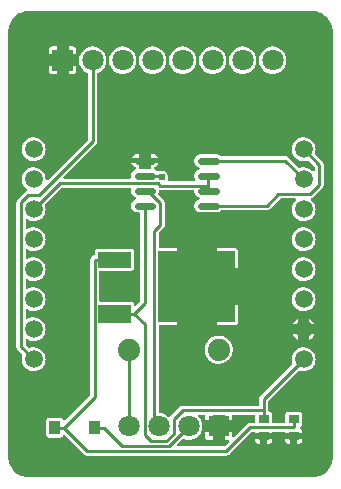
<source format=gtl>
G04 Layer: TopLayer*
G04 EasyEDA v6.4.25, 2021-10-17T11:29:02+03:00*
G04 a1471bc6611e4e73a61749ba241ce28d,91e0e8a571584a8f85f685312bed6ac2,10*
G04 Gerber Generator version 0.2*
G04 Scale: 100 percent, Rotated: No, Reflected: No *
G04 Dimensions in millimeters *
G04 leading zeros omitted , absolute positions ,4 integer and 5 decimal *
%FSLAX45Y45*%
%MOMM*%

%ADD10C,0.2540*%
%ADD11C,0.6300*%
%ADD12C,0.6100*%
%ADD13R,0.9000X0.8000*%
%ADD18C,1.8000*%
%ADD19R,1.8000X1.8000*%
%ADD20C,1.5080*%
%ADD21C,1.8796*%

%LPD*%
G36*
X297332Y-4128973D02*
G01*
X278942Y-4128058D01*
X262077Y-4125518D01*
X245516Y-4121302D01*
X229412Y-4115511D01*
X214020Y-4108145D01*
X199390Y-4099306D01*
X185724Y-4089095D01*
X173075Y-4077614D01*
X161645Y-4064914D01*
X151536Y-4051198D01*
X142798Y-4036517D01*
X135534Y-4021023D01*
X129794Y-4004919D01*
X125730Y-3988358D01*
X123240Y-3971442D01*
X122428Y-3954068D01*
X122428Y-355752D01*
X123342Y-337362D01*
X125882Y-320446D01*
X130098Y-303885D01*
X135890Y-287832D01*
X143256Y-272440D01*
X152044Y-257810D01*
X162306Y-244094D01*
X173786Y-231495D01*
X186486Y-220065D01*
X200202Y-209905D01*
X214884Y-201168D01*
X230378Y-193903D01*
X246430Y-188214D01*
X263042Y-184099D01*
X279958Y-181660D01*
X297332Y-180797D01*
X2695651Y-180797D01*
X2714040Y-181762D01*
X2730957Y-184302D01*
X2747518Y-188518D01*
X2763570Y-194310D01*
X2778963Y-201625D01*
X2793593Y-210464D01*
X2807309Y-220675D01*
X2819908Y-232206D01*
X2831338Y-244856D01*
X2841498Y-258622D01*
X2850235Y-273304D01*
X2857500Y-288747D01*
X2863189Y-304850D01*
X2867304Y-321411D01*
X2869742Y-338328D01*
X2870606Y-355752D01*
X2870606Y-3954068D01*
X2869641Y-3972458D01*
X2867101Y-3989324D01*
X2862884Y-4005884D01*
X2857093Y-4021937D01*
X2849727Y-4037380D01*
X2840939Y-4052011D01*
X2830728Y-4065676D01*
X2819196Y-4078325D01*
X2806547Y-4089755D01*
X2792780Y-4099864D01*
X2778099Y-4108602D01*
X2762656Y-4115866D01*
X2746552Y-4121607D01*
X2729941Y-4125671D01*
X2713075Y-4128160D01*
X2695651Y-4128973D01*
G37*

%LPC*%
G36*
X790041Y-3944365D02*
G01*
X1970125Y-3944365D01*
X1978152Y-3943604D01*
X1985365Y-3941368D01*
X1992020Y-3937812D01*
X1998268Y-3932732D01*
X2182876Y-3748125D01*
X2186178Y-3745890D01*
X2190038Y-3745128D01*
X2204923Y-3745128D01*
X2209038Y-3745992D01*
X2212441Y-3748430D01*
X2214575Y-3752037D01*
X2257704Y-3752037D01*
X2259787Y-3748430D01*
X2263190Y-3745992D01*
X2267305Y-3745128D01*
X2304694Y-3745128D01*
X2308809Y-3745992D01*
X2312212Y-3748430D01*
X2314295Y-3752037D01*
X2357424Y-3752037D01*
X2359558Y-3748430D01*
X2362962Y-3745992D01*
X2367076Y-3745128D01*
X2458923Y-3745128D01*
X2463038Y-3745992D01*
X2466441Y-3748430D01*
X2468575Y-3752037D01*
X2511704Y-3752037D01*
X2513787Y-3748430D01*
X2517190Y-3745992D01*
X2521305Y-3745128D01*
X2539492Y-3745128D01*
X2547518Y-3744366D01*
X2555748Y-3741826D01*
X2559507Y-3741420D01*
X2563114Y-3742436D01*
X2566162Y-3744671D01*
X2568143Y-3747871D01*
X2568854Y-3752037D01*
X2610916Y-3752037D01*
X2610916Y-3738981D01*
X2610205Y-3732631D01*
X2608275Y-3727196D01*
X2605227Y-3722268D01*
X2601112Y-3718204D01*
X2599232Y-3716985D01*
X2596286Y-3714191D01*
X2594660Y-3710432D01*
X2594660Y-3706368D01*
X2596286Y-3702608D01*
X2599232Y-3699814D01*
X2601112Y-3698595D01*
X2605227Y-3694531D01*
X2608275Y-3689604D01*
X2610205Y-3684168D01*
X2610916Y-3677818D01*
X2610916Y-3598976D01*
X2610205Y-3592677D01*
X2608275Y-3587191D01*
X2605227Y-3582314D01*
X2601112Y-3578199D01*
X2596235Y-3575100D01*
X2590749Y-3573221D01*
X2584450Y-3572510D01*
X2495550Y-3572510D01*
X2489250Y-3573221D01*
X2483764Y-3575100D01*
X2478887Y-3578199D01*
X2474772Y-3582314D01*
X2471724Y-3587191D01*
X2469794Y-3592677D01*
X2469083Y-3598976D01*
X2469083Y-3657752D01*
X2468321Y-3661664D01*
X2466136Y-3664915D01*
X2462834Y-3667150D01*
X2458923Y-3667912D01*
X2367076Y-3667912D01*
X2363165Y-3667150D01*
X2359863Y-3664915D01*
X2357678Y-3661664D01*
X2356916Y-3657752D01*
X2356916Y-3598976D01*
X2356205Y-3592677D01*
X2354275Y-3587191D01*
X2351227Y-3582314D01*
X2347112Y-3578199D01*
X2342235Y-3575100D01*
X2336749Y-3573221D01*
X2333650Y-3572865D01*
X2330094Y-3571798D01*
X2327198Y-3569512D01*
X2325268Y-3566414D01*
X2324608Y-3562756D01*
X2324608Y-3487216D01*
X2325370Y-3483305D01*
X2327605Y-3480003D01*
X2580589Y-3227019D01*
X2583789Y-3224885D01*
X2587599Y-3224072D01*
X2591409Y-3224733D01*
X2594000Y-3225749D01*
X2607157Y-3228898D01*
X2620619Y-3230219D01*
X2634132Y-3229762D01*
X2647492Y-3227527D01*
X2660396Y-3223514D01*
X2672689Y-3217824D01*
X2684068Y-3210560D01*
X2694432Y-3201822D01*
X2703474Y-3191764D01*
X2711145Y-3180638D01*
X2717241Y-3168548D01*
X2721660Y-3155746D01*
X2724404Y-3142488D01*
X2725267Y-3129026D01*
X2724404Y-3115513D01*
X2721660Y-3102254D01*
X2717241Y-3089452D01*
X2711145Y-3077362D01*
X2703474Y-3066237D01*
X2694432Y-3056178D01*
X2684068Y-3047441D01*
X2672689Y-3040176D01*
X2660396Y-3034487D01*
X2647492Y-3030474D01*
X2634132Y-3028238D01*
X2620619Y-3027781D01*
X2607157Y-3029102D01*
X2594000Y-3032252D01*
X2581351Y-3037128D01*
X2569514Y-3043631D01*
X2558592Y-3051657D01*
X2548890Y-3061055D01*
X2540508Y-3071672D01*
X2533599Y-3083306D01*
X2528316Y-3095752D01*
X2524760Y-3108807D01*
X2522931Y-3122218D01*
X2522931Y-3135782D01*
X2524760Y-3149193D01*
X2528468Y-3162706D01*
X2528773Y-3166262D01*
X2527858Y-3169666D01*
X2525826Y-3172561D01*
X2259076Y-3439363D01*
X2253945Y-3445560D01*
X2250389Y-3452266D01*
X2248204Y-3459479D01*
X2247392Y-3467506D01*
X2247392Y-3511804D01*
X2246630Y-3515715D01*
X2244445Y-3518966D01*
X2241143Y-3521201D01*
X2237232Y-3521964D01*
X1601724Y-3521964D01*
X1593748Y-3522726D01*
X1586534Y-3524910D01*
X1579829Y-3528466D01*
X1573631Y-3533597D01*
X1497076Y-3609848D01*
X1494129Y-3613404D01*
X1490929Y-3615994D01*
X1486966Y-3617112D01*
X1482852Y-3616502D01*
X1479346Y-3614369D01*
X1470863Y-3606393D01*
X1459077Y-3597859D01*
X1446326Y-3590848D01*
X1432814Y-3585464D01*
X1418691Y-3581857D01*
X1406194Y-3580282D01*
X1402740Y-3579164D01*
X1399844Y-3576929D01*
X1397965Y-3573779D01*
X1397304Y-3570224D01*
X1397304Y-2852420D01*
X1398066Y-2848508D01*
X1400302Y-2845206D01*
X1403604Y-2843022D01*
X1407464Y-2842260D01*
X1550263Y-2842260D01*
X1550263Y-2672689D01*
X1407464Y-2672689D01*
X1403604Y-2671927D01*
X1400302Y-2669692D01*
X1398066Y-2666441D01*
X1397304Y-2662529D01*
X1397304Y-2370175D01*
X1398066Y-2366264D01*
X1400302Y-2362962D01*
X1403604Y-2360777D01*
X1407464Y-2360015D01*
X1550263Y-2360015D01*
X1550263Y-2190445D01*
X1407464Y-2190445D01*
X1403604Y-2189683D01*
X1400302Y-2187448D01*
X1398066Y-2184146D01*
X1397304Y-2180285D01*
X1397304Y-2062378D01*
X1398066Y-2058466D01*
X1400302Y-2055164D01*
X1435760Y-2019706D01*
X1440891Y-2013457D01*
X1444447Y-2006803D01*
X1446631Y-1999589D01*
X1447444Y-1991563D01*
X1447444Y-1805635D01*
X1446631Y-1797608D01*
X1444447Y-1790395D01*
X1440891Y-1783689D01*
X1435760Y-1777492D01*
X1396492Y-1738172D01*
X1394155Y-1734566D01*
X1393545Y-1730298D01*
X1394714Y-1726184D01*
X1395425Y-1724863D01*
X1398524Y-1715871D01*
X1400098Y-1706422D01*
X1401419Y-1702866D01*
X1403959Y-1700022D01*
X1407312Y-1698345D01*
X1411681Y-1698040D01*
X1688693Y-1698040D01*
X1692198Y-1698650D01*
X1695246Y-1700428D01*
X1697532Y-1703171D01*
X1698701Y-1706524D01*
X1700275Y-1715871D01*
X1703374Y-1724863D01*
X1707845Y-1733194D01*
X1713687Y-1740662D01*
X1720646Y-1747062D01*
X1728571Y-1752244D01*
X1737106Y-1756003D01*
X1740306Y-1758238D01*
X1742439Y-1761489D01*
X1743202Y-1765300D01*
X1742439Y-1769110D01*
X1740306Y-1772361D01*
X1737106Y-1774596D01*
X1728571Y-1778355D01*
X1720646Y-1783537D01*
X1713687Y-1789938D01*
X1707845Y-1797405D01*
X1703374Y-1805736D01*
X1700275Y-1814728D01*
X1698701Y-1824075D01*
X1698701Y-1833524D01*
X1700275Y-1842871D01*
X1703374Y-1851863D01*
X1707845Y-1860194D01*
X1713687Y-1867662D01*
X1720646Y-1874062D01*
X1728571Y-1879244D01*
X1737258Y-1883054D01*
X1746453Y-1885391D01*
X1756308Y-1886204D01*
X1878990Y-1886204D01*
X1888845Y-1885391D01*
X1898040Y-1883054D01*
X1906727Y-1879244D01*
X1914652Y-1874062D01*
X1918970Y-1870100D01*
X1922170Y-1868119D01*
X1925828Y-1867407D01*
X2311146Y-1867407D01*
X2319172Y-1866595D01*
X2326386Y-1864410D01*
X2333091Y-1860854D01*
X2339289Y-1855724D01*
X2424226Y-1770837D01*
X2427528Y-1768602D01*
X2431440Y-1767839D01*
X2547772Y-1767839D01*
X2551684Y-1768602D01*
X2554986Y-1770837D01*
X2557170Y-1774189D01*
X2557932Y-1778101D01*
X2557119Y-1782013D01*
X2554833Y-1785315D01*
X2548890Y-1791055D01*
X2540508Y-1801672D01*
X2533599Y-1813306D01*
X2528316Y-1825752D01*
X2524760Y-1838807D01*
X2522931Y-1852218D01*
X2522931Y-1865782D01*
X2524760Y-1879193D01*
X2528316Y-1892249D01*
X2533599Y-1904695D01*
X2540508Y-1916328D01*
X2548890Y-1926945D01*
X2558592Y-1936343D01*
X2569514Y-1944370D01*
X2581351Y-1950872D01*
X2594000Y-1955749D01*
X2607157Y-1958898D01*
X2620619Y-1960219D01*
X2634132Y-1959762D01*
X2647492Y-1957527D01*
X2660396Y-1953514D01*
X2672689Y-1947824D01*
X2684068Y-1940560D01*
X2694432Y-1931822D01*
X2703474Y-1921764D01*
X2711145Y-1910638D01*
X2717241Y-1898548D01*
X2721660Y-1885746D01*
X2724404Y-1872488D01*
X2725267Y-1859025D01*
X2724404Y-1845513D01*
X2721660Y-1832254D01*
X2717241Y-1819452D01*
X2711145Y-1807362D01*
X2703474Y-1796237D01*
X2694330Y-1786077D01*
X2689555Y-1781860D01*
X2687218Y-1778812D01*
X2686202Y-1775053D01*
X2686659Y-1771192D01*
X2688539Y-1767789D01*
X2691536Y-1765350D01*
X2699105Y-1761286D01*
X2705303Y-1756156D01*
X2782824Y-1678635D01*
X2787954Y-1672437D01*
X2791510Y-1665732D01*
X2793695Y-1658518D01*
X2794508Y-1650492D01*
X2794508Y-1483360D01*
X2793695Y-1475333D01*
X2791510Y-1468120D01*
X2787954Y-1461414D01*
X2782824Y-1455216D01*
X2722016Y-1394358D01*
X2719882Y-1391208D01*
X2719019Y-1387551D01*
X2719578Y-1383842D01*
X2721660Y-1377746D01*
X2724404Y-1364488D01*
X2725267Y-1351026D01*
X2724404Y-1337513D01*
X2721660Y-1324254D01*
X2717241Y-1311452D01*
X2711145Y-1299362D01*
X2703474Y-1288237D01*
X2694432Y-1278178D01*
X2684068Y-1269441D01*
X2672689Y-1262176D01*
X2660396Y-1256487D01*
X2647492Y-1252474D01*
X2634132Y-1250238D01*
X2620619Y-1249781D01*
X2607157Y-1251102D01*
X2594000Y-1254252D01*
X2581351Y-1259128D01*
X2569514Y-1265631D01*
X2558592Y-1273657D01*
X2548890Y-1283055D01*
X2540508Y-1293672D01*
X2533599Y-1305306D01*
X2528316Y-1317752D01*
X2524760Y-1330807D01*
X2522931Y-1344218D01*
X2522931Y-1357782D01*
X2524760Y-1371193D01*
X2528316Y-1384249D01*
X2533599Y-1396695D01*
X2540508Y-1408328D01*
X2548890Y-1418945D01*
X2558592Y-1428343D01*
X2569514Y-1436370D01*
X2581351Y-1442872D01*
X2594000Y-1447749D01*
X2607157Y-1450898D01*
X2620619Y-1452219D01*
X2634132Y-1451762D01*
X2647492Y-1449527D01*
X2657246Y-1446479D01*
X2660904Y-1446072D01*
X2664460Y-1446936D01*
X2667457Y-1449019D01*
X2714294Y-1495856D01*
X2716530Y-1499158D01*
X2717292Y-1503070D01*
X2717292Y-1531112D01*
X2716479Y-1535074D01*
X2714193Y-1538427D01*
X2710789Y-1540611D01*
X2706776Y-1541272D01*
X2702864Y-1540306D01*
X2699613Y-1537919D01*
X2694432Y-1532178D01*
X2684068Y-1523441D01*
X2672689Y-1516176D01*
X2660396Y-1510487D01*
X2647492Y-1506474D01*
X2634132Y-1504238D01*
X2620619Y-1503781D01*
X2607157Y-1505102D01*
X2594000Y-1508252D01*
X2591409Y-1509268D01*
X2587599Y-1509928D01*
X2583789Y-1509115D01*
X2580589Y-1506982D01*
X2494483Y-1420876D01*
X2488234Y-1415745D01*
X2481580Y-1412189D01*
X2474315Y-1410004D01*
X2466289Y-1409192D01*
X1925828Y-1409192D01*
X1922170Y-1408480D01*
X1918970Y-1406499D01*
X1914652Y-1402537D01*
X1906727Y-1397355D01*
X1898040Y-1393545D01*
X1888845Y-1391208D01*
X1878990Y-1390396D01*
X1756308Y-1390396D01*
X1746453Y-1391208D01*
X1737258Y-1393545D01*
X1728571Y-1397355D01*
X1720646Y-1402537D01*
X1713687Y-1408938D01*
X1707845Y-1416405D01*
X1703374Y-1424736D01*
X1700275Y-1433728D01*
X1698701Y-1443075D01*
X1698701Y-1452524D01*
X1700275Y-1461871D01*
X1703374Y-1470863D01*
X1707845Y-1479194D01*
X1713687Y-1486662D01*
X1720646Y-1493062D01*
X1728571Y-1498244D01*
X1737106Y-1502003D01*
X1740306Y-1504238D01*
X1742439Y-1507490D01*
X1743202Y-1511300D01*
X1742439Y-1515110D01*
X1740306Y-1518361D01*
X1737106Y-1520596D01*
X1728571Y-1524355D01*
X1720646Y-1529537D01*
X1713687Y-1535938D01*
X1707845Y-1543405D01*
X1703374Y-1551736D01*
X1700275Y-1560728D01*
X1698701Y-1570075D01*
X1698701Y-1579524D01*
X1700275Y-1588871D01*
X1703374Y-1597863D01*
X1707692Y-1605838D01*
X1708861Y-1609852D01*
X1708353Y-1613966D01*
X1706219Y-1617573D01*
X1702816Y-1619961D01*
X1698752Y-1620824D01*
X1484985Y-1620824D01*
X1481328Y-1620164D01*
X1478178Y-1618234D01*
X1475943Y-1615287D01*
X1474876Y-1611731D01*
X1475181Y-1608023D01*
X1477975Y-1597609D01*
X1478838Y-1587804D01*
X1477975Y-1578000D01*
X1475435Y-1568551D01*
X1471320Y-1559610D01*
X1465681Y-1551584D01*
X1458722Y-1544624D01*
X1450644Y-1538986D01*
X1441754Y-1534820D01*
X1432255Y-1532280D01*
X1422501Y-1531416D01*
X1412697Y-1532280D01*
X1398066Y-1536192D01*
X1389329Y-1536192D01*
X1385671Y-1535480D01*
X1382471Y-1533499D01*
X1378153Y-1529537D01*
X1370228Y-1524355D01*
X1361694Y-1520596D01*
X1358493Y-1518361D01*
X1356360Y-1515110D01*
X1355598Y-1511300D01*
X1356360Y-1507490D01*
X1358493Y-1504238D01*
X1361694Y-1502003D01*
X1370228Y-1498244D01*
X1378153Y-1493062D01*
X1385112Y-1486662D01*
X1390954Y-1479194D01*
X1395425Y-1470863D01*
X1395780Y-1469898D01*
X1334109Y-1469898D01*
X1334109Y-1507236D01*
X1333347Y-1511096D01*
X1331163Y-1514398D01*
X1327861Y-1516634D01*
X1323949Y-1517396D01*
X1238351Y-1517396D01*
X1234440Y-1516634D01*
X1231138Y-1514398D01*
X1228953Y-1511096D01*
X1228191Y-1507236D01*
X1228191Y-1469898D01*
X1166520Y-1469898D01*
X1166876Y-1470863D01*
X1171346Y-1479194D01*
X1177188Y-1486662D01*
X1184148Y-1493062D01*
X1192072Y-1498244D01*
X1200607Y-1502003D01*
X1203807Y-1504238D01*
X1205941Y-1507490D01*
X1206703Y-1511300D01*
X1205941Y-1515110D01*
X1203807Y-1518361D01*
X1200607Y-1520596D01*
X1192072Y-1524355D01*
X1184148Y-1529537D01*
X1177188Y-1535938D01*
X1171346Y-1543405D01*
X1166876Y-1551736D01*
X1163777Y-1560728D01*
X1162202Y-1570075D01*
X1162202Y-1579524D01*
X1163624Y-1587855D01*
X1163370Y-1592224D01*
X1161338Y-1596085D01*
X1157884Y-1598777D01*
X1153566Y-1599692D01*
X600354Y-1599692D01*
X596442Y-1598930D01*
X593140Y-1596694D01*
X590956Y-1593443D01*
X590194Y-1589532D01*
X590956Y-1585671D01*
X593140Y-1582369D01*
X865124Y-1310335D01*
X870254Y-1304137D01*
X873810Y-1297432D01*
X875995Y-1290218D01*
X876808Y-1282192D01*
X876808Y-712927D01*
X877620Y-708964D01*
X879856Y-705662D01*
X883208Y-703478D01*
X887526Y-701751D01*
X900277Y-694740D01*
X912063Y-686206D01*
X922680Y-676249D01*
X931976Y-665022D01*
X939749Y-652729D01*
X945946Y-639572D01*
X950468Y-625703D01*
X953160Y-611428D01*
X954074Y-596900D01*
X953160Y-582371D01*
X950468Y-568096D01*
X945946Y-554228D01*
X939749Y-541070D01*
X931976Y-528777D01*
X922680Y-517550D01*
X912063Y-507593D01*
X900277Y-499059D01*
X887526Y-492048D01*
X874014Y-486664D01*
X859891Y-483057D01*
X845464Y-481228D01*
X830935Y-481228D01*
X816508Y-483057D01*
X802386Y-486664D01*
X788873Y-492048D01*
X776122Y-499059D01*
X764336Y-507593D01*
X753719Y-517550D01*
X744423Y-528777D01*
X736650Y-541070D01*
X730453Y-554228D01*
X725932Y-568096D01*
X723239Y-582371D01*
X722325Y-596900D01*
X723239Y-611428D01*
X725932Y-625703D01*
X730453Y-639572D01*
X736650Y-652729D01*
X744423Y-665022D01*
X753719Y-676249D01*
X764336Y-686206D01*
X776122Y-694740D01*
X788873Y-701751D01*
X793191Y-703478D01*
X796544Y-705662D01*
X798779Y-708964D01*
X799592Y-712927D01*
X799592Y-1262481D01*
X798830Y-1266393D01*
X796594Y-1269695D01*
X456488Y-1609801D01*
X453288Y-1611985D01*
X449529Y-1612798D01*
X445719Y-1612138D01*
X442468Y-1610106D01*
X440131Y-1607007D01*
X439166Y-1603298D01*
X438404Y-1591513D01*
X435660Y-1578254D01*
X431241Y-1565452D01*
X425145Y-1553362D01*
X417474Y-1542237D01*
X408432Y-1532178D01*
X398068Y-1523441D01*
X386689Y-1516176D01*
X374396Y-1510487D01*
X361492Y-1506474D01*
X348132Y-1504238D01*
X334619Y-1503781D01*
X321157Y-1505102D01*
X308000Y-1508252D01*
X295351Y-1513128D01*
X283514Y-1519631D01*
X272592Y-1527657D01*
X262890Y-1537055D01*
X254508Y-1547672D01*
X247599Y-1559306D01*
X242316Y-1571752D01*
X238760Y-1584807D01*
X236931Y-1598218D01*
X236931Y-1611782D01*
X238760Y-1625193D01*
X242316Y-1638249D01*
X247599Y-1650695D01*
X254508Y-1662328D01*
X262890Y-1672945D01*
X272592Y-1682343D01*
X278892Y-1686966D01*
X281635Y-1690014D01*
X282956Y-1693824D01*
X282651Y-1697888D01*
X280771Y-1701495D01*
X277672Y-1704136D01*
X270662Y-1707845D01*
X264464Y-1712975D01*
X204470Y-1772970D01*
X199339Y-1779168D01*
X195783Y-1785874D01*
X193598Y-1793087D01*
X192786Y-1801114D01*
X192786Y-3021838D01*
X193598Y-3029864D01*
X195783Y-3037078D01*
X199339Y-3043783D01*
X204470Y-3049981D01*
X239826Y-3085388D01*
X241858Y-3088284D01*
X242773Y-3091738D01*
X242468Y-3095244D01*
X238760Y-3108807D01*
X236931Y-3122218D01*
X236931Y-3135782D01*
X238760Y-3149193D01*
X242316Y-3162249D01*
X247599Y-3174695D01*
X254508Y-3186328D01*
X262890Y-3196945D01*
X272592Y-3206343D01*
X283514Y-3214370D01*
X295351Y-3220872D01*
X308000Y-3225749D01*
X321157Y-3228898D01*
X334619Y-3230219D01*
X348132Y-3229762D01*
X361492Y-3227527D01*
X374396Y-3223514D01*
X386689Y-3217824D01*
X398068Y-3210560D01*
X408432Y-3201822D01*
X417474Y-3191764D01*
X425145Y-3180638D01*
X431241Y-3168548D01*
X435660Y-3155746D01*
X438404Y-3142488D01*
X439267Y-3129026D01*
X438404Y-3115513D01*
X435660Y-3102254D01*
X431241Y-3089452D01*
X425145Y-3077362D01*
X417474Y-3066237D01*
X408432Y-3056178D01*
X398068Y-3047441D01*
X386689Y-3040176D01*
X374396Y-3034487D01*
X361492Y-3030474D01*
X348132Y-3028238D01*
X334619Y-3027781D01*
X321157Y-3029102D01*
X308000Y-3032252D01*
X305409Y-3033268D01*
X301599Y-3033928D01*
X297840Y-3033115D01*
X294589Y-3030931D01*
X272999Y-3009341D01*
X270764Y-3006039D01*
X270002Y-3002127D01*
X270002Y-2970123D01*
X270865Y-2966059D01*
X273304Y-2962656D01*
X276910Y-2960522D01*
X281025Y-2960014D01*
X285038Y-2961233D01*
X295351Y-2966872D01*
X308000Y-2971749D01*
X321157Y-2974898D01*
X334619Y-2976219D01*
X348132Y-2975762D01*
X361492Y-2973527D01*
X374396Y-2969514D01*
X386689Y-2963824D01*
X398068Y-2956560D01*
X408432Y-2947822D01*
X417474Y-2937764D01*
X425145Y-2926638D01*
X431241Y-2914548D01*
X435660Y-2901746D01*
X438404Y-2888488D01*
X439267Y-2875026D01*
X438404Y-2861513D01*
X435660Y-2848254D01*
X431241Y-2835452D01*
X425145Y-2823362D01*
X417474Y-2812237D01*
X408432Y-2802178D01*
X398068Y-2793441D01*
X386689Y-2786176D01*
X374396Y-2780487D01*
X361492Y-2776474D01*
X348132Y-2774238D01*
X334619Y-2773781D01*
X321157Y-2775102D01*
X308000Y-2778252D01*
X295351Y-2783128D01*
X285038Y-2788767D01*
X281025Y-2789986D01*
X276910Y-2789478D01*
X273304Y-2787345D01*
X270865Y-2783941D01*
X270002Y-2779877D01*
X270002Y-2716123D01*
X270865Y-2712059D01*
X273304Y-2708656D01*
X276910Y-2706522D01*
X281025Y-2706014D01*
X285038Y-2707233D01*
X295351Y-2712872D01*
X308000Y-2717749D01*
X321157Y-2720898D01*
X334619Y-2722219D01*
X348132Y-2721762D01*
X361492Y-2719527D01*
X374396Y-2715514D01*
X386689Y-2709824D01*
X398068Y-2702560D01*
X408432Y-2693822D01*
X417474Y-2683764D01*
X425145Y-2672638D01*
X431241Y-2660548D01*
X435660Y-2647746D01*
X438404Y-2634488D01*
X439267Y-2621026D01*
X438404Y-2607513D01*
X435660Y-2594254D01*
X431241Y-2581452D01*
X425145Y-2569362D01*
X417474Y-2558237D01*
X408432Y-2548178D01*
X398068Y-2539441D01*
X386689Y-2532176D01*
X374396Y-2526487D01*
X361492Y-2522474D01*
X348132Y-2520238D01*
X334619Y-2519781D01*
X321157Y-2521102D01*
X308000Y-2524252D01*
X295351Y-2529128D01*
X285038Y-2534767D01*
X281025Y-2535986D01*
X276910Y-2535478D01*
X273304Y-2533345D01*
X270865Y-2529941D01*
X270002Y-2525877D01*
X270002Y-2462123D01*
X270865Y-2458059D01*
X273304Y-2454656D01*
X276910Y-2452522D01*
X281025Y-2452014D01*
X285038Y-2453233D01*
X295351Y-2458872D01*
X308000Y-2463749D01*
X321157Y-2466898D01*
X334619Y-2468219D01*
X348132Y-2467762D01*
X361492Y-2465527D01*
X374396Y-2461514D01*
X386689Y-2455824D01*
X398068Y-2448560D01*
X408432Y-2439822D01*
X417474Y-2429764D01*
X425145Y-2418638D01*
X431241Y-2406548D01*
X435660Y-2393746D01*
X438404Y-2380488D01*
X439267Y-2367026D01*
X438404Y-2353513D01*
X435660Y-2340254D01*
X431241Y-2327452D01*
X425145Y-2315362D01*
X417474Y-2304237D01*
X408432Y-2294178D01*
X398068Y-2285441D01*
X386689Y-2278176D01*
X374396Y-2272487D01*
X361492Y-2268474D01*
X348132Y-2266238D01*
X334619Y-2265781D01*
X321157Y-2267102D01*
X308000Y-2270252D01*
X295351Y-2275128D01*
X285038Y-2280767D01*
X281025Y-2281986D01*
X276910Y-2281478D01*
X273304Y-2279345D01*
X270865Y-2275941D01*
X270002Y-2271877D01*
X270002Y-2208123D01*
X270865Y-2204059D01*
X273304Y-2200656D01*
X276910Y-2198522D01*
X281025Y-2198014D01*
X285038Y-2199233D01*
X295351Y-2204872D01*
X308000Y-2209749D01*
X321157Y-2212898D01*
X334619Y-2214219D01*
X348132Y-2213762D01*
X361492Y-2211527D01*
X374396Y-2207514D01*
X386689Y-2201824D01*
X398068Y-2194560D01*
X408432Y-2185822D01*
X417474Y-2175764D01*
X425145Y-2164638D01*
X431241Y-2152548D01*
X435660Y-2139746D01*
X438404Y-2126488D01*
X439267Y-2113026D01*
X438404Y-2099513D01*
X435660Y-2086254D01*
X431241Y-2073452D01*
X425145Y-2061362D01*
X417474Y-2050237D01*
X408432Y-2040178D01*
X398068Y-2031441D01*
X386689Y-2024176D01*
X374396Y-2018487D01*
X361492Y-2014474D01*
X348132Y-2012238D01*
X334619Y-2011781D01*
X321157Y-2013102D01*
X308000Y-2016252D01*
X295351Y-2021128D01*
X285038Y-2026767D01*
X281025Y-2027986D01*
X276910Y-2027478D01*
X273304Y-2025345D01*
X270865Y-2021941D01*
X270002Y-2017877D01*
X270002Y-1954123D01*
X270865Y-1950059D01*
X273304Y-1946656D01*
X276910Y-1944522D01*
X281025Y-1944014D01*
X285038Y-1945233D01*
X295351Y-1950872D01*
X308000Y-1955749D01*
X321157Y-1958898D01*
X334619Y-1960219D01*
X348132Y-1959762D01*
X361492Y-1957527D01*
X374396Y-1953514D01*
X386689Y-1947824D01*
X398068Y-1940560D01*
X408432Y-1931822D01*
X417474Y-1921764D01*
X425145Y-1910638D01*
X431241Y-1898548D01*
X435660Y-1885746D01*
X438404Y-1872488D01*
X439267Y-1859025D01*
X438404Y-1845513D01*
X435660Y-1832254D01*
X433578Y-1826158D01*
X433019Y-1822399D01*
X433832Y-1818741D01*
X435965Y-1815642D01*
X571703Y-1679905D01*
X575005Y-1677670D01*
X578916Y-1676907D01*
X1153566Y-1676907D01*
X1157884Y-1677873D01*
X1161338Y-1680514D01*
X1163370Y-1684375D01*
X1163624Y-1688744D01*
X1162202Y-1697075D01*
X1162202Y-1706524D01*
X1163777Y-1715871D01*
X1166876Y-1724863D01*
X1171346Y-1733194D01*
X1177188Y-1740662D01*
X1184148Y-1747062D01*
X1192072Y-1752244D01*
X1200607Y-1756003D01*
X1203807Y-1758238D01*
X1205941Y-1761489D01*
X1206703Y-1765300D01*
X1205941Y-1769110D01*
X1203807Y-1772361D01*
X1200607Y-1774596D01*
X1192072Y-1778355D01*
X1184148Y-1783537D01*
X1177188Y-1789938D01*
X1171346Y-1797405D01*
X1166876Y-1805736D01*
X1163777Y-1814728D01*
X1162202Y-1824075D01*
X1162202Y-1833524D01*
X1163777Y-1842871D01*
X1166876Y-1851863D01*
X1171346Y-1860194D01*
X1177188Y-1867662D01*
X1184148Y-1874062D01*
X1192072Y-1879244D01*
X1200759Y-1883054D01*
X1209954Y-1885391D01*
X1219809Y-1886204D01*
X1232408Y-1886204D01*
X1236268Y-1886966D01*
X1239570Y-1889201D01*
X1241755Y-1892503D01*
X1242568Y-1896364D01*
X1242568Y-2634437D01*
X1241755Y-2638348D01*
X1239570Y-2641650D01*
X1207160Y-2674061D01*
X1204061Y-2676194D01*
X1200353Y-2677007D01*
X1196644Y-2676448D01*
X1193342Y-2674569D01*
X1191006Y-2671622D01*
X1189888Y-2668016D01*
X1189278Y-2662834D01*
X1187399Y-2657398D01*
X1184300Y-2652471D01*
X1180236Y-2648407D01*
X1175308Y-2645308D01*
X1169873Y-2643428D01*
X1163523Y-2642717D01*
X904748Y-2642717D01*
X900887Y-2641904D01*
X897585Y-2639720D01*
X895350Y-2636418D01*
X894587Y-2632557D01*
X894587Y-2389174D01*
X895350Y-2385263D01*
X897585Y-2382012D01*
X900887Y-2379776D01*
X904748Y-2379014D01*
X1163523Y-2379014D01*
X1169822Y-2378303D01*
X1175308Y-2376373D01*
X1180185Y-2373325D01*
X1184300Y-2369210D01*
X1187399Y-2364333D01*
X1189278Y-2358847D01*
X1189990Y-2352548D01*
X1189990Y-2218690D01*
X1189278Y-2212340D01*
X1187399Y-2206904D01*
X1184300Y-2201976D01*
X1180185Y-2197912D01*
X1175308Y-2194814D01*
X1169822Y-2192883D01*
X1163523Y-2192172D01*
X884682Y-2192172D01*
X878332Y-2192883D01*
X872896Y-2194814D01*
X867968Y-2197912D01*
X863904Y-2201976D01*
X860806Y-2206904D01*
X858875Y-2212340D01*
X858164Y-2218690D01*
X858164Y-2237638D01*
X857503Y-2241296D01*
X855573Y-2244445D01*
X852576Y-2246731D01*
X841248Y-2249982D01*
X834542Y-2253538D01*
X828700Y-2258364D01*
X823925Y-2264206D01*
X820369Y-2270861D01*
X818184Y-2278075D01*
X817372Y-2286101D01*
X817372Y-3424377D01*
X816610Y-3428288D01*
X814425Y-3431590D01*
X603656Y-3642309D01*
X600659Y-3644392D01*
X597154Y-3645255D01*
X593547Y-3644849D01*
X590346Y-3643223D01*
X587857Y-3640531D01*
X584250Y-3634790D01*
X580186Y-3630676D01*
X575259Y-3627628D01*
X569823Y-3625697D01*
X563473Y-3624986D01*
X469595Y-3624986D01*
X463296Y-3625697D01*
X457860Y-3627628D01*
X452932Y-3630676D01*
X448868Y-3634790D01*
X445770Y-3639667D01*
X443839Y-3645154D01*
X443128Y-3651453D01*
X443128Y-3765346D01*
X443839Y-3771646D01*
X445770Y-3777132D01*
X448868Y-3782009D01*
X452932Y-3786124D01*
X457860Y-3789172D01*
X463296Y-3791102D01*
X469595Y-3791813D01*
X563473Y-3791813D01*
X569823Y-3791102D01*
X575259Y-3789172D01*
X580186Y-3786124D01*
X584250Y-3782009D01*
X587857Y-3776268D01*
X590296Y-3773576D01*
X593547Y-3771950D01*
X597154Y-3771544D01*
X600659Y-3772408D01*
X603656Y-3774490D01*
X761898Y-3932732D01*
X768096Y-3937812D01*
X774801Y-3941368D01*
X782015Y-3943604D01*
G37*
G36*
X2568854Y-3844290D02*
G01*
X2584450Y-3844290D01*
X2590749Y-3843578D01*
X2596235Y-3841699D01*
X2601112Y-3838600D01*
X2605227Y-3834485D01*
X2608275Y-3829608D01*
X2610205Y-3824122D01*
X2610916Y-3817823D01*
X2610916Y-3804716D01*
X2568854Y-3804716D01*
G37*
G36*
X2495550Y-3844290D02*
G01*
X2511145Y-3844290D01*
X2511145Y-3804716D01*
X2469083Y-3804716D01*
X2469083Y-3817823D01*
X2469794Y-3824122D01*
X2471724Y-3829608D01*
X2474772Y-3834485D01*
X2478887Y-3838600D01*
X2483764Y-3841699D01*
X2489250Y-3843578D01*
G37*
G36*
X2241550Y-3844290D02*
G01*
X2257145Y-3844290D01*
X2257145Y-3804716D01*
X2215083Y-3804716D01*
X2215083Y-3817823D01*
X2215794Y-3824122D01*
X2217724Y-3829608D01*
X2220772Y-3834485D01*
X2224887Y-3838600D01*
X2229764Y-3841699D01*
X2235250Y-3843578D01*
G37*
G36*
X2314854Y-3844290D02*
G01*
X2330450Y-3844290D01*
X2336749Y-3843578D01*
X2342235Y-3841699D01*
X2347112Y-3838600D01*
X2351227Y-3834485D01*
X2354275Y-3829608D01*
X2356205Y-3824122D01*
X2356916Y-3817823D01*
X2356916Y-3804716D01*
X2314854Y-3804716D01*
G37*
G36*
X1901291Y-3167837D02*
G01*
X1916074Y-3167380D01*
X1930654Y-3165094D01*
X1944827Y-3161030D01*
X1958441Y-3155289D01*
X1971192Y-3147923D01*
X1982978Y-3139033D01*
X1993595Y-3128772D01*
X2002840Y-3117240D01*
X2010613Y-3104692D01*
X2016760Y-3091281D01*
X2021230Y-3077260D01*
X2023973Y-3062732D01*
X2024888Y-3048000D01*
X2023973Y-3033268D01*
X2021230Y-3018739D01*
X2016760Y-3004718D01*
X2010613Y-2991307D01*
X2002840Y-2978759D01*
X1993595Y-2967228D01*
X1982978Y-2956966D01*
X1971192Y-2948076D01*
X1958441Y-2940710D01*
X1944827Y-2934970D01*
X1930654Y-2930906D01*
X1916074Y-2928620D01*
X1901291Y-2928213D01*
X1886610Y-2929534D01*
X1872183Y-2932684D01*
X1858264Y-2937611D01*
X1845056Y-2944215D01*
X1832762Y-2952343D01*
X1821535Y-2961944D01*
X1811629Y-2972866D01*
X1803095Y-2984906D01*
X1796084Y-2997911D01*
X1790750Y-3011678D01*
X1787194Y-3025952D01*
X1785366Y-3040634D01*
X1785366Y-3055366D01*
X1787194Y-3070047D01*
X1790750Y-3084322D01*
X1796084Y-3098088D01*
X1803095Y-3111093D01*
X1811629Y-3123133D01*
X1821535Y-3134055D01*
X1832762Y-3143656D01*
X1845056Y-3151784D01*
X1858264Y-3158388D01*
X1872183Y-3163316D01*
X1886610Y-3166465D01*
G37*
G36*
X2579928Y-2966110D02*
G01*
X2579928Y-2919069D01*
X2532888Y-2919069D01*
X2533599Y-2920695D01*
X2540508Y-2932328D01*
X2548890Y-2942945D01*
X2558592Y-2952343D01*
X2569514Y-2960370D01*
G37*
G36*
X2668066Y-2965958D02*
G01*
X2672689Y-2963824D01*
X2684068Y-2956560D01*
X2694432Y-2947822D01*
X2703474Y-2937764D01*
X2711145Y-2926638D01*
X2714955Y-2919069D01*
X2668066Y-2919069D01*
G37*
G36*
X1887931Y-2842260D02*
G01*
X2043531Y-2842260D01*
X2049881Y-2841548D01*
X2055317Y-2839618D01*
X2060193Y-2836519D01*
X2064308Y-2832455D01*
X2067407Y-2827528D01*
X2069287Y-2822092D01*
X2069998Y-2815793D01*
X2069998Y-2672689D01*
X1887931Y-2672689D01*
G37*
G36*
X2668066Y-2830931D02*
G01*
X2714955Y-2830931D01*
X2711145Y-2823362D01*
X2703474Y-2812237D01*
X2694432Y-2802178D01*
X2684068Y-2793441D01*
X2672689Y-2786176D01*
X2668066Y-2784043D01*
G37*
G36*
X2532888Y-2830931D02*
G01*
X2579928Y-2830931D01*
X2579928Y-2783890D01*
X2569514Y-2789631D01*
X2558592Y-2797657D01*
X2548890Y-2807055D01*
X2540508Y-2817672D01*
X2533599Y-2829306D01*
G37*
G36*
X2620619Y-2722219D02*
G01*
X2634132Y-2721762D01*
X2647492Y-2719527D01*
X2660396Y-2715514D01*
X2672689Y-2709824D01*
X2684068Y-2702560D01*
X2694432Y-2693822D01*
X2703474Y-2683764D01*
X2711145Y-2672638D01*
X2717241Y-2660548D01*
X2721660Y-2647746D01*
X2724404Y-2634488D01*
X2725267Y-2621026D01*
X2724404Y-2607513D01*
X2721660Y-2594254D01*
X2717241Y-2581452D01*
X2711145Y-2569362D01*
X2703474Y-2558237D01*
X2694432Y-2548178D01*
X2684068Y-2539441D01*
X2672689Y-2532176D01*
X2660396Y-2526487D01*
X2647492Y-2522474D01*
X2634132Y-2520238D01*
X2620619Y-2519781D01*
X2607157Y-2521102D01*
X2594000Y-2524252D01*
X2581351Y-2529128D01*
X2569514Y-2535631D01*
X2558592Y-2543657D01*
X2548890Y-2553055D01*
X2540508Y-2563672D01*
X2533599Y-2575306D01*
X2528316Y-2587752D01*
X2524760Y-2600807D01*
X2522931Y-2614218D01*
X2522931Y-2627782D01*
X2524760Y-2641193D01*
X2528316Y-2654249D01*
X2533599Y-2666695D01*
X2540508Y-2678328D01*
X2548890Y-2688945D01*
X2558592Y-2698343D01*
X2569514Y-2706370D01*
X2581351Y-2712872D01*
X2594000Y-2717749D01*
X2607157Y-2720898D01*
G37*
G36*
X2620619Y-2468219D02*
G01*
X2634132Y-2467762D01*
X2647492Y-2465527D01*
X2660396Y-2461514D01*
X2672689Y-2455824D01*
X2684068Y-2448560D01*
X2694432Y-2439822D01*
X2703474Y-2429764D01*
X2711145Y-2418638D01*
X2717241Y-2406548D01*
X2721660Y-2393746D01*
X2724404Y-2380488D01*
X2725267Y-2367026D01*
X2724404Y-2353513D01*
X2721660Y-2340254D01*
X2717241Y-2327452D01*
X2711145Y-2315362D01*
X2703474Y-2304237D01*
X2694432Y-2294178D01*
X2684068Y-2285441D01*
X2672689Y-2278176D01*
X2660396Y-2272487D01*
X2647492Y-2268474D01*
X2634132Y-2266238D01*
X2620619Y-2265781D01*
X2607157Y-2267102D01*
X2594000Y-2270252D01*
X2581351Y-2275128D01*
X2569514Y-2281631D01*
X2558592Y-2289657D01*
X2548890Y-2299055D01*
X2540508Y-2309672D01*
X2533599Y-2321306D01*
X2528316Y-2333752D01*
X2524760Y-2346807D01*
X2522931Y-2360218D01*
X2522931Y-2373782D01*
X2524760Y-2387193D01*
X2528316Y-2400249D01*
X2533599Y-2412695D01*
X2540508Y-2424328D01*
X2548890Y-2434945D01*
X2558592Y-2444343D01*
X2569514Y-2452370D01*
X2581351Y-2458872D01*
X2594000Y-2463749D01*
X2607157Y-2466898D01*
G37*
G36*
X1887931Y-2360015D02*
G01*
X2069998Y-2360015D01*
X2069998Y-2216912D01*
X2069287Y-2210612D01*
X2067407Y-2205126D01*
X2064308Y-2200249D01*
X2060193Y-2196134D01*
X2055317Y-2193036D01*
X2049881Y-2191156D01*
X2043531Y-2190445D01*
X1887931Y-2190445D01*
G37*
G36*
X2620619Y-2214219D02*
G01*
X2634132Y-2213762D01*
X2647492Y-2211527D01*
X2660396Y-2207514D01*
X2672689Y-2201824D01*
X2684068Y-2194560D01*
X2694432Y-2185822D01*
X2703474Y-2175764D01*
X2711145Y-2164638D01*
X2717241Y-2152548D01*
X2721660Y-2139746D01*
X2724404Y-2126488D01*
X2725267Y-2113026D01*
X2724404Y-2099513D01*
X2721660Y-2086254D01*
X2717241Y-2073452D01*
X2711145Y-2061362D01*
X2703474Y-2050237D01*
X2694432Y-2040178D01*
X2684068Y-2031441D01*
X2672689Y-2024176D01*
X2660396Y-2018487D01*
X2647492Y-2014474D01*
X2634132Y-2012238D01*
X2620619Y-2011781D01*
X2607157Y-2013102D01*
X2594000Y-2016252D01*
X2581351Y-2021128D01*
X2569514Y-2027631D01*
X2558592Y-2035657D01*
X2548890Y-2045055D01*
X2540508Y-2055672D01*
X2533599Y-2067306D01*
X2528316Y-2079752D01*
X2524760Y-2092807D01*
X2522931Y-2106218D01*
X2522931Y-2119782D01*
X2524760Y-2133193D01*
X2528316Y-2146249D01*
X2533599Y-2158695D01*
X2540508Y-2170328D01*
X2548890Y-2180945D01*
X2558592Y-2190343D01*
X2569514Y-2198370D01*
X2581351Y-2204872D01*
X2594000Y-2209749D01*
X2607157Y-2212898D01*
G37*
G36*
X334619Y-1452219D02*
G01*
X348132Y-1451762D01*
X361492Y-1449527D01*
X374396Y-1445514D01*
X386689Y-1439824D01*
X398068Y-1432560D01*
X408432Y-1423822D01*
X417474Y-1413764D01*
X425145Y-1402638D01*
X431241Y-1390548D01*
X435660Y-1377746D01*
X438404Y-1364488D01*
X439267Y-1351026D01*
X438404Y-1337513D01*
X435660Y-1324254D01*
X431241Y-1311452D01*
X425145Y-1299362D01*
X417474Y-1288237D01*
X408432Y-1278178D01*
X398068Y-1269441D01*
X386689Y-1262176D01*
X374396Y-1256487D01*
X361492Y-1252474D01*
X348132Y-1250238D01*
X334619Y-1249781D01*
X321157Y-1251102D01*
X308000Y-1254252D01*
X295351Y-1259128D01*
X283514Y-1265631D01*
X272592Y-1273657D01*
X262890Y-1283055D01*
X254508Y-1293672D01*
X247599Y-1305306D01*
X242316Y-1317752D01*
X238760Y-1330807D01*
X236931Y-1344218D01*
X236931Y-1357782D01*
X238760Y-1371193D01*
X242316Y-1384249D01*
X247599Y-1396695D01*
X254508Y-1408328D01*
X262890Y-1418945D01*
X272592Y-1428343D01*
X283514Y-1436370D01*
X295351Y-1442872D01*
X308000Y-1447749D01*
X321157Y-1450898D01*
G37*
G36*
X1334109Y-1425702D02*
G01*
X1395780Y-1425702D01*
X1395425Y-1424736D01*
X1390954Y-1416405D01*
X1385112Y-1408938D01*
X1378153Y-1402537D01*
X1370228Y-1397355D01*
X1361541Y-1393545D01*
X1352346Y-1391208D01*
X1342491Y-1390396D01*
X1334109Y-1390396D01*
G37*
G36*
X1166520Y-1425702D02*
G01*
X1228191Y-1425702D01*
X1228191Y-1390396D01*
X1219809Y-1390396D01*
X1209954Y-1391208D01*
X1200759Y-1393545D01*
X1192072Y-1397355D01*
X1184148Y-1402537D01*
X1177188Y-1408938D01*
X1171346Y-1416405D01*
X1166876Y-1424736D01*
G37*
G36*
X635558Y-712825D02*
G01*
X673608Y-712825D01*
X679958Y-712114D01*
X685393Y-710184D01*
X690321Y-707085D01*
X694385Y-703021D01*
X697484Y-698093D01*
X699414Y-692658D01*
X700125Y-686308D01*
X700125Y-648258D01*
X635558Y-648258D01*
G37*
G36*
X494792Y-712825D02*
G01*
X532841Y-712825D01*
X532841Y-648258D01*
X468274Y-648258D01*
X468274Y-686308D01*
X468985Y-692658D01*
X470916Y-698093D01*
X474014Y-703021D01*
X478078Y-707085D01*
X483006Y-710184D01*
X488442Y-712114D01*
G37*
G36*
X1338935Y-712571D02*
G01*
X1353464Y-712571D01*
X1367891Y-710742D01*
X1382014Y-707136D01*
X1395526Y-701751D01*
X1408277Y-694740D01*
X1420063Y-686206D01*
X1430680Y-676249D01*
X1439976Y-665022D01*
X1447749Y-652729D01*
X1453946Y-639572D01*
X1458468Y-625703D01*
X1461160Y-611428D01*
X1462074Y-596900D01*
X1461160Y-582371D01*
X1458468Y-568096D01*
X1453946Y-554228D01*
X1447749Y-541070D01*
X1439976Y-528777D01*
X1430680Y-517550D01*
X1420063Y-507593D01*
X1408277Y-499059D01*
X1395526Y-492048D01*
X1382014Y-486664D01*
X1367891Y-483057D01*
X1353464Y-481228D01*
X1338935Y-481228D01*
X1324508Y-483057D01*
X1310386Y-486664D01*
X1296873Y-492048D01*
X1284122Y-499059D01*
X1272336Y-507593D01*
X1261719Y-517550D01*
X1252423Y-528777D01*
X1244650Y-541070D01*
X1238453Y-554228D01*
X1233932Y-568096D01*
X1231239Y-582371D01*
X1230325Y-596900D01*
X1231239Y-611428D01*
X1233932Y-625703D01*
X1238453Y-639572D01*
X1244650Y-652729D01*
X1252423Y-665022D01*
X1261719Y-676249D01*
X1272336Y-686206D01*
X1284122Y-694740D01*
X1296873Y-701751D01*
X1310386Y-707136D01*
X1324508Y-710742D01*
G37*
G36*
X1084935Y-712571D02*
G01*
X1099464Y-712571D01*
X1113891Y-710742D01*
X1128014Y-707136D01*
X1141526Y-701751D01*
X1154277Y-694740D01*
X1166063Y-686206D01*
X1176680Y-676249D01*
X1185976Y-665022D01*
X1193749Y-652729D01*
X1199946Y-639572D01*
X1204468Y-625703D01*
X1207160Y-611428D01*
X1208074Y-596900D01*
X1207160Y-582371D01*
X1204468Y-568096D01*
X1199946Y-554228D01*
X1193749Y-541070D01*
X1185976Y-528777D01*
X1176680Y-517550D01*
X1166063Y-507593D01*
X1154277Y-499059D01*
X1141526Y-492048D01*
X1128014Y-486664D01*
X1113891Y-483057D01*
X1099464Y-481228D01*
X1084935Y-481228D01*
X1070508Y-483057D01*
X1056386Y-486664D01*
X1042873Y-492048D01*
X1030122Y-499059D01*
X1018336Y-507593D01*
X1007719Y-517550D01*
X998423Y-528777D01*
X990650Y-541070D01*
X984453Y-554228D01*
X979932Y-568096D01*
X977239Y-582371D01*
X976325Y-596900D01*
X977239Y-611428D01*
X979932Y-625703D01*
X984453Y-639572D01*
X990650Y-652729D01*
X998423Y-665022D01*
X1007719Y-676249D01*
X1018336Y-686206D01*
X1030122Y-694740D01*
X1042873Y-701751D01*
X1056386Y-707136D01*
X1070508Y-710742D01*
G37*
G36*
X1592935Y-712571D02*
G01*
X1607464Y-712571D01*
X1621891Y-710742D01*
X1636014Y-707136D01*
X1649526Y-701751D01*
X1662277Y-694740D01*
X1674063Y-686206D01*
X1684680Y-676249D01*
X1693976Y-665022D01*
X1701749Y-652729D01*
X1707946Y-639572D01*
X1712468Y-625703D01*
X1715160Y-611428D01*
X1716074Y-596900D01*
X1715160Y-582371D01*
X1712468Y-568096D01*
X1707946Y-554228D01*
X1701749Y-541070D01*
X1693976Y-528777D01*
X1684680Y-517550D01*
X1674063Y-507593D01*
X1662277Y-499059D01*
X1649526Y-492048D01*
X1636014Y-486664D01*
X1621891Y-483057D01*
X1607464Y-481228D01*
X1592935Y-481228D01*
X1578508Y-483057D01*
X1564386Y-486664D01*
X1550873Y-492048D01*
X1538122Y-499059D01*
X1526336Y-507593D01*
X1515719Y-517550D01*
X1506423Y-528777D01*
X1498650Y-541070D01*
X1492453Y-554228D01*
X1487932Y-568096D01*
X1485239Y-582371D01*
X1484325Y-596900D01*
X1485239Y-611428D01*
X1487932Y-625703D01*
X1492453Y-639572D01*
X1498650Y-652729D01*
X1506423Y-665022D01*
X1515719Y-676249D01*
X1526336Y-686206D01*
X1538122Y-694740D01*
X1550873Y-701751D01*
X1564386Y-707136D01*
X1578508Y-710742D01*
G37*
G36*
X1846935Y-712571D02*
G01*
X1861464Y-712571D01*
X1875891Y-710742D01*
X1890014Y-707136D01*
X1903526Y-701751D01*
X1916277Y-694740D01*
X1928063Y-686206D01*
X1938680Y-676249D01*
X1947976Y-665022D01*
X1955749Y-652729D01*
X1961946Y-639572D01*
X1966468Y-625703D01*
X1969160Y-611428D01*
X1970074Y-596900D01*
X1969160Y-582371D01*
X1966468Y-568096D01*
X1961946Y-554228D01*
X1955749Y-541070D01*
X1947976Y-528777D01*
X1938680Y-517550D01*
X1928063Y-507593D01*
X1916277Y-499059D01*
X1903526Y-492048D01*
X1890014Y-486664D01*
X1875891Y-483057D01*
X1861464Y-481228D01*
X1846935Y-481228D01*
X1832508Y-483057D01*
X1818386Y-486664D01*
X1804873Y-492048D01*
X1792122Y-499059D01*
X1780336Y-507593D01*
X1769719Y-517550D01*
X1760423Y-528777D01*
X1752650Y-541070D01*
X1746453Y-554228D01*
X1741932Y-568096D01*
X1739239Y-582371D01*
X1738325Y-596900D01*
X1739239Y-611428D01*
X1741932Y-625703D01*
X1746453Y-639572D01*
X1752650Y-652729D01*
X1760423Y-665022D01*
X1769719Y-676249D01*
X1780336Y-686206D01*
X1792122Y-694740D01*
X1804873Y-701751D01*
X1818386Y-707136D01*
X1832508Y-710742D01*
G37*
G36*
X2100935Y-712571D02*
G01*
X2115464Y-712571D01*
X2129891Y-710742D01*
X2144014Y-707136D01*
X2157526Y-701751D01*
X2170277Y-694740D01*
X2182063Y-686206D01*
X2192680Y-676249D01*
X2201976Y-665022D01*
X2209749Y-652729D01*
X2215946Y-639572D01*
X2220468Y-625703D01*
X2223160Y-611428D01*
X2224074Y-596900D01*
X2223160Y-582371D01*
X2220468Y-568096D01*
X2215946Y-554228D01*
X2209749Y-541070D01*
X2201976Y-528777D01*
X2192680Y-517550D01*
X2182063Y-507593D01*
X2170277Y-499059D01*
X2157526Y-492048D01*
X2144014Y-486664D01*
X2129891Y-483057D01*
X2115464Y-481228D01*
X2100935Y-481228D01*
X2086508Y-483057D01*
X2072386Y-486664D01*
X2058873Y-492048D01*
X2046122Y-499059D01*
X2034336Y-507593D01*
X2023719Y-517550D01*
X2014423Y-528777D01*
X2006650Y-541070D01*
X2000453Y-554228D01*
X1995932Y-568096D01*
X1993239Y-582371D01*
X1992325Y-596900D01*
X1993239Y-611428D01*
X1995932Y-625703D01*
X2000453Y-639572D01*
X2006650Y-652729D01*
X2014423Y-665022D01*
X2023719Y-676249D01*
X2034336Y-686206D01*
X2046122Y-694740D01*
X2058873Y-701751D01*
X2072386Y-707136D01*
X2086508Y-710742D01*
G37*
G36*
X2354935Y-712571D02*
G01*
X2369464Y-712571D01*
X2383891Y-710742D01*
X2398014Y-707136D01*
X2411526Y-701751D01*
X2424277Y-694740D01*
X2436063Y-686206D01*
X2446680Y-676249D01*
X2455976Y-665022D01*
X2463749Y-652729D01*
X2469946Y-639572D01*
X2474468Y-625703D01*
X2477160Y-611428D01*
X2478074Y-596900D01*
X2477160Y-582371D01*
X2474468Y-568096D01*
X2469946Y-554228D01*
X2463749Y-541070D01*
X2455976Y-528777D01*
X2446680Y-517550D01*
X2436063Y-507593D01*
X2424277Y-499059D01*
X2411526Y-492048D01*
X2398014Y-486664D01*
X2383891Y-483057D01*
X2369464Y-481228D01*
X2354935Y-481228D01*
X2340508Y-483057D01*
X2326386Y-486664D01*
X2312873Y-492048D01*
X2300122Y-499059D01*
X2288336Y-507593D01*
X2277719Y-517550D01*
X2268423Y-528777D01*
X2260650Y-541070D01*
X2254453Y-554228D01*
X2249932Y-568096D01*
X2247239Y-582371D01*
X2246325Y-596900D01*
X2247239Y-611428D01*
X2249932Y-625703D01*
X2254453Y-639572D01*
X2260650Y-652729D01*
X2268423Y-665022D01*
X2277719Y-676249D01*
X2288336Y-686206D01*
X2300122Y-694740D01*
X2312873Y-701751D01*
X2326386Y-707136D01*
X2340508Y-710742D01*
G37*
G36*
X635558Y-545541D02*
G01*
X700125Y-545541D01*
X700125Y-507492D01*
X699414Y-501142D01*
X697484Y-495706D01*
X694385Y-490778D01*
X690321Y-486714D01*
X685393Y-483616D01*
X679958Y-481685D01*
X673608Y-480974D01*
X635558Y-480974D01*
G37*
G36*
X468274Y-545541D02*
G01*
X532841Y-545541D01*
X532841Y-480974D01*
X494792Y-480974D01*
X488442Y-481685D01*
X483006Y-483616D01*
X478078Y-486714D01*
X474014Y-490778D01*
X470916Y-495706D01*
X468985Y-501142D01*
X468274Y-507492D01*
G37*

%LPD*%
G36*
X1558696Y-3867150D02*
G01*
X1554784Y-3866387D01*
X1551482Y-3864152D01*
X1549298Y-3860901D01*
X1548536Y-3856990D01*
X1549298Y-3853129D01*
X1551482Y-3849827D01*
X1596288Y-3805021D01*
X1599539Y-3802837D01*
X1603349Y-3802024D01*
X1607210Y-3802735D01*
X1615186Y-3805936D01*
X1629308Y-3809542D01*
X1643735Y-3811371D01*
X1658264Y-3811371D01*
X1672691Y-3809542D01*
X1686814Y-3805936D01*
X1700326Y-3800551D01*
X1713077Y-3793540D01*
X1724863Y-3785006D01*
X1735480Y-3775049D01*
X1744776Y-3763822D01*
X1752549Y-3751529D01*
X1758746Y-3738372D01*
X1763268Y-3724503D01*
X1765960Y-3710228D01*
X1766874Y-3695700D01*
X1765960Y-3681171D01*
X1763268Y-3666896D01*
X1758746Y-3653028D01*
X1752549Y-3639870D01*
X1744776Y-3627577D01*
X1735023Y-3615842D01*
X1733194Y-3612489D01*
X1732686Y-3608730D01*
X1733651Y-3605022D01*
X1735886Y-3601923D01*
X1739087Y-3599891D01*
X1742846Y-3599179D01*
X1778914Y-3599179D01*
X1782825Y-3599942D01*
X1786128Y-3602177D01*
X1788312Y-3605428D01*
X1789074Y-3609340D01*
X1789074Y-3644341D01*
X1853641Y-3644341D01*
X1853641Y-3609340D01*
X1854403Y-3605428D01*
X1856638Y-3602177D01*
X1859940Y-3599942D01*
X1863801Y-3599179D01*
X1946198Y-3599179D01*
X1950059Y-3599942D01*
X1953361Y-3602177D01*
X1955596Y-3605428D01*
X1956358Y-3609340D01*
X1956358Y-3644341D01*
X2020925Y-3644341D01*
X2020925Y-3609340D01*
X2021687Y-3605428D01*
X2023872Y-3602177D01*
X2027174Y-3599942D01*
X2031085Y-3599179D01*
X2204923Y-3599179D01*
X2208834Y-3599942D01*
X2212136Y-3602177D01*
X2214321Y-3605428D01*
X2215083Y-3609340D01*
X2215083Y-3657752D01*
X2214321Y-3661664D01*
X2212136Y-3664915D01*
X2208834Y-3667150D01*
X2204923Y-3667912D01*
X2170328Y-3667912D01*
X2162352Y-3668725D01*
X2155088Y-3670909D01*
X2148433Y-3674465D01*
X2142185Y-3679596D01*
X2038248Y-3783533D01*
X2034946Y-3785717D01*
X2031085Y-3786479D01*
X2027174Y-3785717D01*
X2023872Y-3783533D01*
X2021687Y-3780231D01*
X2020925Y-3776319D01*
X2020925Y-3747058D01*
X1956358Y-3747058D01*
X1956358Y-3811625D01*
X1985619Y-3811625D01*
X1989531Y-3812387D01*
X1992833Y-3814572D01*
X1995017Y-3817874D01*
X1995779Y-3821785D01*
X1995017Y-3825646D01*
X1992833Y-3828948D01*
X1957578Y-3864152D01*
X1954326Y-3866387D01*
X1950415Y-3867150D01*
G37*

%LPC*%
G36*
X1815592Y-3811625D02*
G01*
X1853641Y-3811625D01*
X1853641Y-3747058D01*
X1789074Y-3747058D01*
X1789074Y-3785108D01*
X1789785Y-3791458D01*
X1791716Y-3796893D01*
X1794814Y-3801821D01*
X1798878Y-3805885D01*
X1803806Y-3808984D01*
X1809242Y-3810914D01*
G37*

%LPD*%
D10*
X2286000Y-3560571D02*
G01*
X1601215Y-3560571D01*
X1524000Y-3637534D01*
X1524000Y-3760215D01*
X1460500Y-3823715D01*
X1334515Y-3823715D01*
X1278381Y-3767581D01*
X1278381Y-2829813D01*
X1192276Y-2743707D01*
X1817623Y-1828800D02*
G01*
X2311654Y-1828800D01*
X2411222Y-1729231D01*
X2677668Y-1729231D01*
X2755900Y-1651000D01*
X2755900Y-1482852D01*
X2624074Y-1351026D01*
X338073Y-3129026D02*
G01*
X231394Y-3022345D01*
X231394Y-1800605D01*
X292100Y-1739900D01*
X381000Y-1739900D01*
X838200Y-1282700D01*
X838200Y-596900D01*
X1817657Y-1447802D02*
G01*
X2466804Y-1447802D01*
X2624005Y-1605003D01*
X338005Y-1859003D02*
G01*
X558706Y-1638302D01*
X1390073Y-1638302D01*
X1411206Y-1659435D01*
X1817657Y-1659435D01*
X1817657Y-1574802D02*
G01*
X1817657Y-1659435D01*
X1817657Y-1659435D02*
G01*
X1817657Y-1701802D01*
X1281158Y-1701802D02*
G01*
X1305491Y-1701802D01*
X1408818Y-1805129D01*
X1408818Y-1992048D01*
X1358704Y-2042162D01*
X1358704Y-3657399D01*
X1397007Y-3695702D01*
X1143007Y-3048002D02*
G01*
X1143007Y-3695702D01*
X1422483Y-1587807D02*
G01*
X1409479Y-1574802D01*
X1281158Y-1574802D01*
X855047Y-3708402D02*
G01*
X930663Y-3708402D01*
X930663Y-3708402D02*
G01*
X1086772Y-3864510D01*
X1482199Y-3864510D01*
X1651007Y-3695702D01*
X1024084Y-2743608D02*
G01*
X1192207Y-2743608D01*
X1281158Y-1828802D02*
G01*
X1281158Y-2654658D01*
X1192207Y-2743608D01*
X2624005Y-3129003D02*
G01*
X2286007Y-3467000D01*
X2286007Y-3560447D01*
X2286007Y-3560447D02*
G01*
X2286007Y-3638400D01*
X1024084Y-2285621D02*
G01*
X855987Y-2285621D01*
X516567Y-3708402D02*
G01*
X592183Y-3708402D01*
X855987Y-2285621D02*
G01*
X855987Y-3444598D01*
X592183Y-3708402D01*
X2540007Y-3706522D02*
G01*
X2169853Y-3706522D01*
X1970615Y-3905760D01*
X789541Y-3905760D01*
X592183Y-3708402D01*
X2540007Y-3638400D02*
G01*
X2540007Y-3706522D01*
D11*
X1755899Y-1828800D02*
G01*
X1879399Y-1828800D01*
X1755899Y-1701800D02*
G01*
X1879399Y-1701800D01*
X1755899Y-1574800D02*
G01*
X1879399Y-1574800D01*
X1755899Y-1447800D02*
G01*
X1879399Y-1447800D01*
X1219400Y-1828800D02*
G01*
X1342900Y-1828800D01*
X1219400Y-1701800D02*
G01*
X1342900Y-1701800D01*
X1219400Y-1574800D02*
G01*
X1342900Y-1574800D01*
X1219400Y-1447800D02*
G01*
X1342900Y-1447800D01*
D13*
G01*
X2540000Y-3638397D03*
G01*
X2540000Y-3778402D03*
G01*
X2286000Y-3638397D03*
G01*
X2286000Y-3778402D03*
G36*
X807539Y-3650899D02*
G01*
X902540Y-3650899D01*
X902540Y-3765900D01*
X807539Y-3765900D01*
G37*
G36*
X469059Y-3650899D02*
G01*
X564060Y-3650899D01*
X564060Y-3765900D01*
X469059Y-3765900D01*
G37*
G36*
X1394104Y-2216335D02*
G01*
X2044105Y-2216335D01*
X2044105Y-2816334D01*
X1394104Y-2816334D01*
G37*
G36*
X884085Y-2218108D02*
G01*
X1164084Y-2218108D01*
X1164084Y-2353109D01*
X884085Y-2353109D01*
G37*
G36*
X884085Y-2668605D02*
G01*
X1164084Y-2668605D01*
X1164084Y-2818607D01*
X884085Y-2818607D01*
G37*
D18*
G01*
X2362200Y-596900D03*
G01*
X2108200Y-596900D03*
G01*
X1854200Y-596900D03*
G01*
X1600200Y-596900D03*
G01*
X1346200Y-596900D03*
G01*
X1092200Y-596900D03*
G01*
X838200Y-596900D03*
G36*
X494200Y-506900D02*
G01*
X674199Y-506900D01*
X674199Y-686899D01*
X494200Y-686899D01*
G37*
G01*
X1143000Y-3695700D03*
G01*
X1397000Y-3695700D03*
G01*
X1651000Y-3695700D03*
D19*
G01*
X1905000Y-3695700D03*
D20*
G01*
X337997Y-2875000D03*
G01*
X337997Y-2621000D03*
G01*
X337997Y-2367000D03*
G01*
X337997Y-2113000D03*
G01*
X337997Y-1859000D03*
G01*
X337997Y-1605000D03*
G01*
X337997Y-1351000D03*
G01*
X2623997Y-2875000D03*
G01*
X2623997Y-2621000D03*
G01*
X2623997Y-2367000D03*
G01*
X2623997Y-2113000D03*
G01*
X2623997Y-1859000D03*
G01*
X2623997Y-1605000D03*
G01*
X2623997Y-1351000D03*
G01*
X337997Y-3129000D03*
G01*
X2623997Y-3129000D03*
D21*
G01*
X1143000Y-3048000D03*
G01*
X1905000Y-3048000D03*
D12*
G01*
X1422483Y-1587807D03*
M02*

</source>
